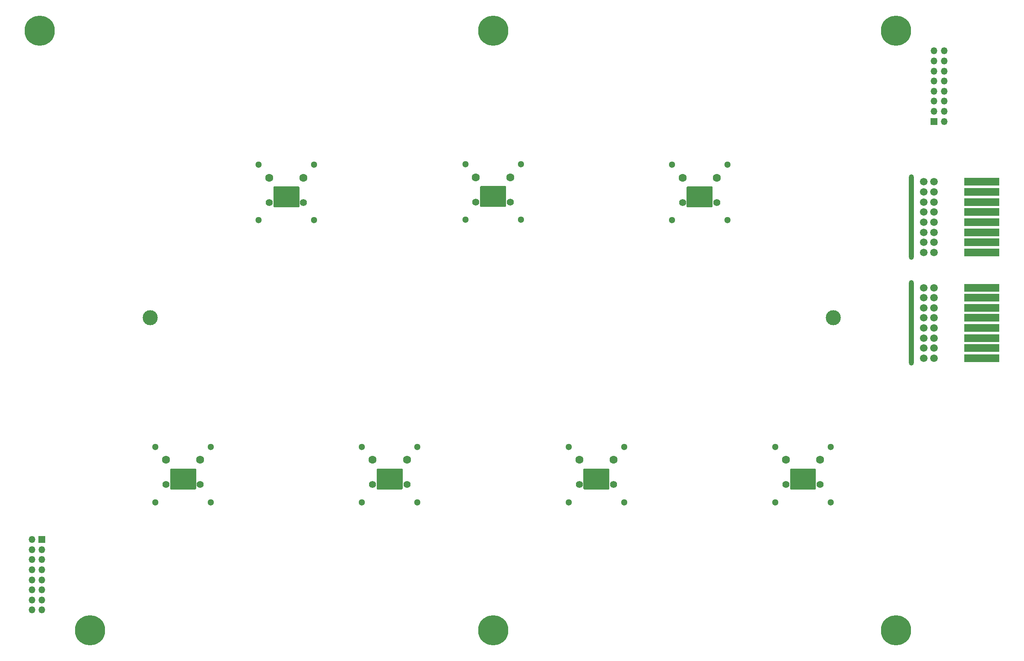
<source format=gbr>
%TF.GenerationSoftware,KiCad,Pcbnew,(6.0.1)*%
%TF.CreationDate,2022-11-16T23:08:11+09:00*%
%TF.ProjectId,iidx-refine-xsw,69696478-2d72-4656-9669-6e652d787377,rev?*%
%TF.SameCoordinates,Original*%
%TF.FileFunction,Soldermask,Bot*%
%TF.FilePolarity,Negative*%
%FSLAX46Y46*%
G04 Gerber Fmt 4.6, Leading zero omitted, Abs format (unit mm)*
G04 Created by KiCad (PCBNEW (6.0.1)) date 2022-11-16 23:08:11*
%MOMM*%
%LPD*%
G01*
G04 APERTURE LIST*
%ADD10C,6.000000*%
%ADD11C,1.500000*%
%ADD12R,7.000000X1.500000*%
%ADD13C,1.300000*%
%ADD14O,0.300000X4.100000*%
%ADD15O,2.000000X4.100000*%
%ADD16O,5.100000X0.300000*%
%ADD17O,5.100000X4.100000*%
%ADD18C,1.600000*%
%ADD19C,1.400000*%
%ADD20O,1.000000X17.000000*%
%ADD21C,3.000000*%
%ADD22R,1.350000X1.350000*%
%ADD23O,1.350000X1.350000*%
G04 APERTURE END LIST*
D10*
%TO.C,MH3*%
X215000000Y-139000000D03*
%TD*%
%TO.C,MH2*%
X135000000Y-139000000D03*
%TD*%
%TO.C,MH1*%
X55000000Y-139000000D03*
%TD*%
%TO.C,MH4*%
X215000000Y-20000000D03*
%TD*%
%TO.C,MH5*%
X135000000Y-20000000D03*
%TD*%
%TO.C,MH6*%
X45000000Y-20000000D03*
%TD*%
D11*
%TO.C,J2*%
X220500000Y-50000000D03*
X222500000Y-50000000D03*
D12*
X232000000Y-50000000D03*
D11*
X220500000Y-52000000D03*
X222500000Y-52000000D03*
D12*
X232000000Y-52000000D03*
D11*
X220500000Y-54000000D03*
D12*
X232000000Y-54000000D03*
D11*
X222500000Y-54000000D03*
X220500000Y-56000000D03*
X222500000Y-56000000D03*
D12*
X232000000Y-56000000D03*
D11*
X220500000Y-58000000D03*
X222500000Y-58000000D03*
D12*
X232000000Y-58000000D03*
D11*
X220500000Y-60000000D03*
D12*
X232000000Y-60000000D03*
D11*
X222500000Y-60000000D03*
X220500000Y-62000000D03*
D12*
X232000000Y-62000000D03*
D11*
X222500000Y-62000000D03*
X220500000Y-64000000D03*
X222500000Y-64000000D03*
D12*
X232000000Y-64000000D03*
%TD*%
D13*
%TO.C,SW1*%
X68000000Y-113600000D03*
D14*
X71100000Y-109000000D03*
D15*
X75050000Y-109000000D03*
D16*
X73500000Y-107100000D03*
D15*
X71950000Y-109000000D03*
D17*
X73500000Y-109000000D03*
D16*
X73500000Y-110900000D03*
D13*
X79000000Y-102600000D03*
X78999992Y-113599836D03*
X67999992Y-102599836D03*
D14*
X75900000Y-109000000D03*
D18*
X76900000Y-105200000D03*
X70099992Y-105199836D03*
D19*
X70099992Y-110099836D03*
X76900000Y-110100000D03*
%TD*%
D15*
%TO.C,SW4*%
X133450000Y-52900000D03*
D13*
X129500000Y-57500000D03*
X140500000Y-46500000D03*
D14*
X137400000Y-52900000D03*
D13*
X129499992Y-46499836D03*
D16*
X135000000Y-54800000D03*
D15*
X136550000Y-52900000D03*
D16*
X135000000Y-51000000D03*
D17*
X135000000Y-52900000D03*
D14*
X132600000Y-52900000D03*
D13*
X140499992Y-57499836D03*
D18*
X131599992Y-49099836D03*
X138400000Y-49100000D03*
D19*
X131599992Y-53999836D03*
X138400000Y-54000000D03*
%TD*%
D14*
%TO.C,SW2*%
X96400000Y-53000000D03*
D16*
X94000000Y-54900000D03*
D13*
X99499992Y-57599836D03*
D15*
X95550000Y-53000000D03*
D13*
X88499992Y-46599836D03*
X88500000Y-57600000D03*
D17*
X94000000Y-53000000D03*
D14*
X91600000Y-53000000D03*
D13*
X99500000Y-46600000D03*
D15*
X92450000Y-53000000D03*
D16*
X94000000Y-51100000D03*
D18*
X97400000Y-49200000D03*
X90599992Y-49199836D03*
D19*
X90599992Y-54099836D03*
X97400000Y-54100000D03*
%TD*%
D11*
%TO.C,J1*%
X220500000Y-71000000D03*
X222500000Y-71000000D03*
D12*
X232000000Y-71000000D03*
D11*
X220500000Y-73000000D03*
X222500000Y-73000000D03*
D12*
X232000000Y-73000000D03*
D11*
X220500000Y-75000000D03*
X222500000Y-75000000D03*
D12*
X232000000Y-75000000D03*
D11*
X220500000Y-77000000D03*
X222500000Y-77000000D03*
D12*
X232000000Y-77000000D03*
D11*
X220500000Y-79000000D03*
X222500000Y-79000000D03*
D12*
X232000000Y-79000000D03*
D11*
X220500000Y-81000000D03*
X222500000Y-81000000D03*
D12*
X232000000Y-81000000D03*
D11*
X220500000Y-83000000D03*
D12*
X232000000Y-83000000D03*
D11*
X222500000Y-83000000D03*
X220500000Y-85000000D03*
X222500000Y-85000000D03*
D12*
X232000000Y-85000000D03*
%TD*%
D20*
%TO.C,*%
X218000000Y-57000000D03*
%TD*%
%TO.C,*%
X218000000Y-78000000D03*
%TD*%
D16*
%TO.C,SW6*%
X176000000Y-54900000D03*
X176000000Y-51100000D03*
D15*
X174450000Y-53000000D03*
D13*
X170500000Y-57600000D03*
D14*
X178400000Y-53000000D03*
X173600000Y-53000000D03*
D13*
X170499992Y-46599836D03*
X181500000Y-46600000D03*
X181499992Y-57599836D03*
D15*
X177550000Y-53000000D03*
D17*
X176000000Y-53000000D03*
D18*
X172599992Y-49199836D03*
X179400000Y-49200000D03*
D19*
X179400000Y-54100000D03*
X172599992Y-54099836D03*
%TD*%
D14*
%TO.C,SW7*%
X198900000Y-109000000D03*
D13*
X202000000Y-102600000D03*
D14*
X194100000Y-109000000D03*
D13*
X190999992Y-102599836D03*
D16*
X196500000Y-107100000D03*
D15*
X198050000Y-109000000D03*
X194950000Y-109000000D03*
D13*
X201999992Y-113599836D03*
D17*
X196500000Y-109000000D03*
D16*
X196500000Y-110900000D03*
D13*
X191000000Y-113600000D03*
D18*
X193099992Y-105199836D03*
X199900000Y-105200000D03*
D19*
X199900000Y-110100000D03*
X193099992Y-110099836D03*
%TD*%
D15*
%TO.C,SW3*%
X112950000Y-109000000D03*
D14*
X112100000Y-109000000D03*
D13*
X120000000Y-102600000D03*
D15*
X116050000Y-109000000D03*
D16*
X114500000Y-107100000D03*
X114500000Y-110900000D03*
D14*
X116900000Y-109000000D03*
D13*
X108999992Y-102599836D03*
D17*
X114500000Y-109000000D03*
D13*
X109000000Y-113600000D03*
X119999992Y-113599836D03*
D18*
X117900000Y-105200000D03*
X111099992Y-105199836D03*
D19*
X111099992Y-110099836D03*
X117900000Y-110100000D03*
%TD*%
D21*
%TO.C,MH8*%
X67000000Y-77000000D03*
%TD*%
D14*
%TO.C,SW5*%
X153100000Y-109000000D03*
D13*
X160999992Y-113599836D03*
X150000000Y-113600000D03*
X149999992Y-102599836D03*
X161000000Y-102600000D03*
D15*
X153950000Y-109000000D03*
D17*
X155500000Y-109000000D03*
D15*
X157050000Y-109000000D03*
D14*
X157900000Y-109000000D03*
D16*
X155500000Y-110900000D03*
X155500000Y-107100000D03*
D18*
X158900000Y-105200000D03*
X152099992Y-105199836D03*
D19*
X158900000Y-110100000D03*
X152099992Y-110099836D03*
%TD*%
D21*
%TO.C,MH7*%
X202500000Y-77000000D03*
%TD*%
D22*
%TO.C,J2*%
X222500000Y-38000000D03*
D23*
X224500000Y-38000000D03*
X222500000Y-36000000D03*
X224500000Y-36000000D03*
X222500000Y-34000000D03*
X224500000Y-34000000D03*
X222500000Y-32000000D03*
X224500000Y-32000000D03*
X222500000Y-30000000D03*
X224500000Y-30000000D03*
X222500000Y-28000000D03*
X224500000Y-28000000D03*
X222500000Y-26000000D03*
X224500000Y-26000000D03*
X222500000Y-24000000D03*
X224500000Y-24000000D03*
%TD*%
D22*
%TO.C,J1*%
X45500000Y-121000000D03*
D23*
X43500000Y-121000000D03*
X45500000Y-123000000D03*
X43500000Y-123000000D03*
X45500000Y-125000000D03*
X43500000Y-125000000D03*
X45500000Y-127000000D03*
X43500000Y-127000000D03*
X45500000Y-129000000D03*
X43500000Y-129000000D03*
X45500000Y-131000000D03*
X43500000Y-131000000D03*
X45500000Y-133000000D03*
X43500000Y-133000000D03*
X45500000Y-135000000D03*
X43500000Y-135000000D03*
%TD*%
M02*

</source>
